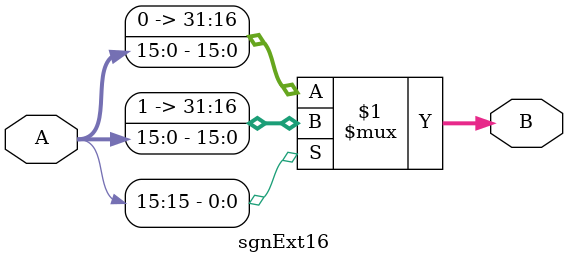
<source format=v>
`timescale 1ns/1ns
module sgnExt26(input[25:0] A, output[31:0] B);
  assign B = {6'b0, A};
endmodule

module sgnExt16(input[15:0] A, output[31:0] B);
  assign B = A[15]? {16'b1111111111111111,A} : {16'b0,A};
endmodule

</source>
